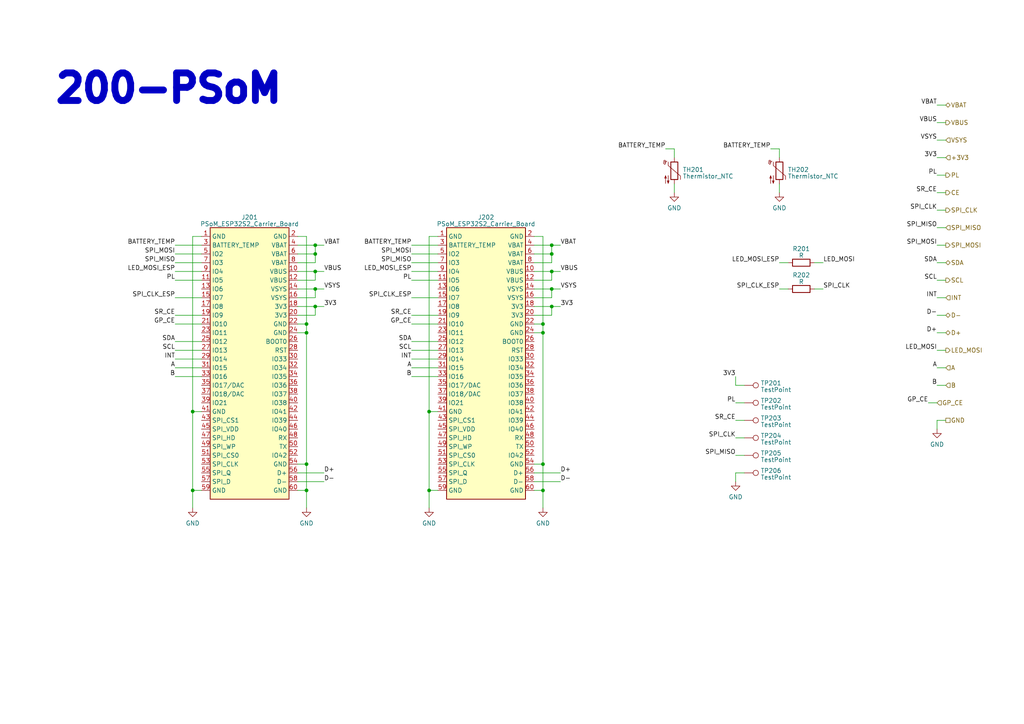
<source format=kicad_sch>
(kicad_sch (version 20230121) (generator eeschema)
  (paper "A4")
  (title_block (title "PMK_Keyboard") (date "2024-02-11") (rev "HW01") (company "PumaCorp") (comment 1 "Design by: NdG"))
  (lib_symbols
    (symbol "Component_lib:NTCS0402E3473GXT" (pin_numbers hide) (pin_names (offset 0))
      (property "Reference" "TH" (at -4.445 1.27 90))
      (property "Value" "Thermistor_NTC" (at 3.175 1.27 90))
      (symbol "NTCS0402E3473GXT_0_1"
        (arc (start -3.048 3.429) (mid -3.0505 3.5865) (end -3.175 3.683))
        (arc (start -3.048 3.429) (mid -2.9736 3.2494) (end -2.794 3.175))
        (arc (start -3.048 4.064) (mid -2.9736 3.8844) (end -2.794 3.81))
        (arc (start -2.794 3.175) (mid -2.6144 3.2494) (end -2.54 3.429))
        (arc (start -2.794 3.81) (mid -2.434 3.8308) (end -2.159 4.064))
        (arc (start -2.794 4.318) (mid -2.9736 4.2436) (end -3.048 4.064))
        (arc (start -2.54 4.064) (mid -2.6144 4.2436) (end -2.794 4.318))
        (rectangle (start -1.016 3.81) (end 1.016 -1.27) (stroke (width 0.254)))
        (polyline (pts (xy -2.54 3.429) (xy -2.54 4.064)))
        (polyline (pts (xy -1.778 3.81) (xy -1.778 2.794) (xy 1.778 -0.254) (xy 1.778 -1.27)))
        (polyline (pts (xy -2.54 -2.413) (xy -2.54 -0.127) (xy -2.794 -0.889) (xy -2.286 -0.889) (xy -2.54 -0.127) (xy -2.54 -0.381)) (fill (type outline)))
        (polyline (pts (xy -1.778 -0.127) (xy -1.778 -2.413) (xy -2.032 -1.651) (xy -1.524 -1.651) (xy -1.778 -2.413) (xy -1.778 -2.159)) (fill (type outline)))
      )
      (symbol "NTCS0402E3473GXT_1_1"
        (pin passive line (at 0 5.08 270) (length 1.27) (name "~") (number "1"))
        (pin passive line (at 0 -2.54 90) (length 1.27) (name "~") (number "2"))
      )
    )
    (symbol "Component_lib:PSoM_ESP32S2_Carrier_Board"
      (property "Reference" "J" (at 5.08 7.62 0))
      (property "Value" "PSoM_ESP32S2_Carrier_Board" (at 15.24 5.08 0))
      (symbol "PSoM_ESP32S2_Carrier_Board_1_1"
        (rectangle (start 2.54 2.54) (end 25.4 -76.2) (stroke (width 0.254)) (fill (type background)))
        (pin passive line (at 0 0 0) (length 2.54) (name "GND") (number "1"))
        (pin passive line (at 27.94 -10.16 180) (length 2.54) (name "VBUS") (number "10"))
        (pin passive line (at 0 -12.7 0) (length 2.54) (name "IO5") (number "11"))
        (pin passive line (at 27.94 -12.7 180) (length 2.54) (name "VBUS") (number "12"))
        (pin passive line (at 0 -15.24 0) (length 2.54) (name "IO6") (number "13"))
        (pin passive line (at 27.94 -15.24 180) (length 2.54) (name "VSYS") (number "14"))
        (pin passive line (at 0 -17.78 0) (length 2.54) (name "IO7") (number "15"))
        (pin passive line (at 27.94 -17.78 180) (length 2.54) (name "VSYS") (number "16"))
        (pin passive line (at 0 -20.32 0) (length 2.54) (name "IO8") (number "17"))
        (pin passive line (at 27.94 -20.32 180) (length 2.54) (name "3V3") (number "18"))
        (pin passive line (at 0 -22.86 0) (length 2.54) (name "IO9") (number "19"))
        (pin passive line (at 27.94 0 180) (length 2.54) (name "GND") (number "2"))
        (pin passive line (at 27.94 -22.86 180) (length 2.54) (name "3V3") (number "20"))
        (pin passive line (at 0 -25.4 0) (length 2.54) (name "IO10") (number "21"))
        (pin passive line (at 27.94 -25.4 180) (length 2.54) (name "GND") (number "22"))
        (pin passive line (at 0 -27.94 0) (length 2.54) (name "IO11") (number "23"))
        (pin passive line (at 27.94 -27.94 180) (length 2.54) (name "GND") (number "24"))
        (pin passive line (at 0 -30.48 0) (length 2.54) (name "IO12") (number "25"))
        (pin passive line (at 27.94 -30.48 180) (length 2.54) (name "BOOT0") (number "26"))
        (pin passive line (at 0 -33.02 0) (length 2.54) (name "IO13") (number "27"))
        (pin passive line (at 27.94 -33.02 180) (length 2.54) (name "RST") (number "28"))
        (pin passive line (at 0 -35.56 0) (length 2.54) (name "IO14") (number "29"))
        (pin passive line (at 0 -2.54 0) (length 2.54) (name "BATTERY_TEMP") (number "3"))
        (pin passive line (at 27.94 -35.56 180) (length 2.54) (name "IO33") (number "30"))
        (pin passive line (at 0 -38.1 0) (length 2.54) (name "IO15") (number "31"))
        (pin passive line (at 27.94 -38.1 180) (length 2.54) (name "IO34") (number "32"))
        (pin passive line (at 0 -40.64 0) (length 2.54) (name "IO16") (number "33"))
        (pin passive line (at 27.94 -40.64 180) (length 2.54) (name "IO35") (number "34"))
        (pin passive line (at 0 -43.18 0) (length 2.54) (name "IO17/DAC") (number "35"))
        (pin passive line (at 27.94 -43.18 180) (length 2.54) (name "IO36") (number "36"))
        (pin passive line (at 0 -45.72 0) (length 2.54) (name "IO18/DAC") (number "37"))
        (pin passive line (at 27.94 -45.72 180) (length 2.54) (name "IO37") (number "38"))
        (pin passive line (at 0 -48.26 0) (length 2.54) (name "IO21") (number "39"))
        (pin passive line (at 27.94 -2.54 180) (length 2.54) (name "VBAT") (number "4"))
        (pin passive line (at 27.94 -48.26 180) (length 2.54) (name "IO38") (number "40"))
        (pin passive line (at 0 -50.8 0) (length 2.54) (name "GND") (number "41"))
        (pin passive line (at 27.94 -50.8 180) (length 2.54) (name "IO41") (number "42"))
        (pin passive line (at 0 -53.34 0) (length 2.54) (name "SPI_CS1") (number "43"))
        (pin passive line (at 27.94 -53.34 180) (length 2.54) (name "IO39") (number "44"))
        (pin passive line (at 0 -55.88 0) (length 2.54) (name "SPI_VDD") (number "45"))
        (pin passive line (at 27.94 -55.88 180) (length 2.54) (name "IO40") (number "46"))
        (pin passive line (at 0 -58.42 0) (length 2.54) (name "SPI_HD") (number "47"))
        (pin passive line (at 27.94 -58.42 180) (length 2.54) (name "RX") (number "48"))
        (pin passive line (at 0 -60.96 0) (length 2.54) (name "SPI_WP") (number "49"))
        (pin passive line (at 0 -5.08 0) (length 2.54) (name "IO2") (number "5"))
        (pin passive line (at 27.94 -60.96 180) (length 2.54) (name "TX") (number "50"))
        (pin passive line (at 0 -63.5 0) (length 2.54) (name "SPI_CS0") (number "51"))
        (pin passive line (at 27.94 -63.5 180) (length 2.54) (name "IO42") (number "52"))
        (pin passive line (at 0 -66.04 0) (length 2.54) (name "SPI_CLK") (number "53"))
        (pin passive line (at 27.94 -66.04 180) (length 2.54) (name "GND") (number "54"))
        (pin passive line (at 0 -68.58 0) (length 2.54) (name "SPI_Q") (number "55"))
        (pin passive line (at 27.94 -68.58 180) (length 2.54) (name "D+") (number "56"))
        (pin passive line (at 0 -71.12 0) (length 2.54) (name "SPI_D") (number "57"))
        (pin passive line (at 27.94 -71.12 180) (length 2.54) (name "D-") (number "58"))
        (pin passive line (at 0 -73.66 0) (length 2.54) (name "GND") (number "59"))
        (pin passive line (at 27.94 -5.08 180) (length 2.54) (name "VBAT") (number "6"))
        (pin passive line (at 27.94 -73.66 180) (length 2.54) (name "GND") (number "60"))
        (pin passive line (at 0 -7.62 0) (length 2.54) (name "IO3") (number "7"))
        (pin passive line (at 27.94 -7.62 180) (length 2.54) (name "VBAT") (number "8"))
        (pin passive line (at 0 -10.16 0) (length 2.54) (name "IO4") (number "9"))
      )
    )
    (symbol "Component_lib:R" (pin_numbers hide) (pin_names (offset 0))
      (property "Reference" "R" (at 2.032 -3.81 90))
      (property "Value" "R" (at 0 -3.81 90))
      (symbol "R_0_1"
        (rectangle (start -1.016 -6.35) (end 1.016 -1.27) (stroke (width 0.254)))
      )
      (symbol "R_1_1"
        (pin passive line (at 0 0 270) (length 1.27) (name "~") (number "1"))
        (pin passive line (at 0 -7.62 90) (length 1.27) (name "~") (number "2"))
      )
    )
    (symbol "Connector:TestPoint" (pin_numbers hide) (pin_names (offset 0.762) hide)
      (property "Reference" "TP" (at 0 6.858 0))
      (property "Value" "TestPoint" (at 0 5.08 0))
      (symbol "TestPoint_0_1"
        (circle (center 0 3.302) (radius 0.762))
      )
      (symbol "TestPoint_1_1"
        (pin passive line (at 0 0 90) (length 2.54) (name "1") (number "1"))
      )
    )
    (symbol "power:GND" (power) (pin_names (offset 0))
      (property "Value" "GND" (at 0 -3.81 0))
      (symbol "GND_0_1"
        (polyline (pts (xy 0 0) (xy 0 -1.27) (xy 1.27 -1.27) (xy 0 -2.54) (xy -1.27 -1.27) (xy 0 -1.27)))
      )
      (symbol "GND_1_1"
        (pin power_in line (at 0 0 270) (length 0) hide (name "GND") (number "1"))
      )
    )
  )
  (junction (at 88.9 142.24))
  (junction (at 160.02 88.9))
  (junction (at 88.9 134.62))
  (junction (at 91.44 78.74))
  (junction (at 157.48 93.98))
  (junction (at 88.9 93.98))
  (junction (at 91.44 71.12))
  (junction (at 160.02 73.66))
  (junction (at 55.88 119.38))
  (junction (at 91.44 83.82))
  (junction (at 160.02 83.82))
  (junction (at 88.9 96.52))
  (junction (at 157.48 134.62))
  (junction (at 160.02 71.12))
  (junction (at 160.02 78.74))
  (junction (at 91.44 88.9))
  (junction (at 157.48 96.52))
  (junction (at 157.48 142.24))
  (junction (at 124.46 142.24))
  (junction (at 55.88 142.24))
  (junction (at 91.44 73.66))
  (junction (at 124.46 119.38))
  (wire (pts (xy 119.38 109.22) (xy 127 109.22)))
  (wire (pts (xy 226.06 76.2) (xy 228.6 76.2)))
  (wire (pts (xy 91.44 71.12) (xy 93.98 71.12)))
  (wire (pts (xy 271.78 45.72) (xy 274.32 45.72)))
  (wire (pts (xy 55.88 68.58) (xy 55.88 119.38)))
  (wire (pts (xy 157.48 68.58) (xy 157.48 93.98)))
  (wire (pts (xy 50.8 99.06) (xy 58.42 99.06)))
  (wire (pts (xy 154.94 71.12) (xy 160.02 71.12)))
  (wire (pts (xy 86.36 134.62) (xy 88.9 134.62)))
  (wire (pts (xy 50.8 71.12) (xy 58.42 71.12)))
  (wire (pts (xy 86.36 91.44) (xy 91.44 91.44)))
  (wire (pts (xy 160.02 88.9) (xy 162.56 88.9)))
  (wire (pts (xy 193.04 43.18) (xy 195.58 43.18)))
  (wire (pts (xy 86.36 83.82) (xy 91.44 83.82)))
  (wire (pts (xy 271.78 66.04) (xy 274.32 66.04)))
  (wire (pts (xy 124.46 147.32) (xy 124.46 142.24)))
  (wire (pts (xy 91.44 73.66) (xy 91.44 71.12)))
  (wire (pts (xy 50.8 104.14) (xy 58.42 104.14)))
  (wire (pts (xy 91.44 78.74) (xy 93.98 78.74)))
  (wire (pts (xy 213.36 139.7) (xy 213.36 137.16)))
  (wire (pts (xy 119.38 71.12) (xy 127 71.12)))
  (wire (pts (xy 119.38 76.2) (xy 127 76.2)))
  (wire (pts (xy 91.44 83.82) (xy 93.98 83.82)))
  (wire (pts (xy 271.78 106.68) (xy 274.32 106.68)))
  (wire (pts (xy 157.48 134.62) (xy 157.48 142.24)))
  (wire (pts (xy 223.52 43.18) (xy 226.06 43.18)))
  (wire (pts (xy 226.06 83.82) (xy 228.6 83.82)))
  (wire (pts (xy 213.36 127) (xy 215.9 127)))
  (wire (pts (xy 157.48 147.32) (xy 157.48 142.24)))
  (wire (pts (xy 213.36 121.92) (xy 215.9 121.92)))
  (wire (pts (xy 88.9 147.32) (xy 88.9 142.24)))
  (wire (pts (xy 127 68.58) (xy 124.46 68.58)))
  (wire (pts (xy 154.94 139.7) (xy 162.56 139.7)))
  (wire (pts (xy 154.94 81.28) (xy 160.02 81.28)))
  (wire (pts (xy 91.44 91.44) (xy 91.44 88.9)))
  (wire (pts (xy 86.36 139.7) (xy 93.98 139.7)))
  (wire (pts (xy 213.36 137.16) (xy 215.9 137.16)))
  (wire (pts (xy 157.48 142.24) (xy 154.94 142.24)))
  (wire (pts (xy 271.78 111.76) (xy 274.32 111.76)))
  (wire (pts (xy 271.78 35.56) (xy 274.32 35.56)))
  (wire (pts (xy 127 119.38) (xy 124.46 119.38)))
  (wire (pts (xy 88.9 142.24) (xy 86.36 142.24)))
  (wire (pts (xy 271.78 81.28) (xy 274.32 81.28)))
  (wire (pts (xy 195.58 43.18) (xy 195.58 45.72)))
  (wire (pts (xy 55.88 119.38) (xy 55.88 142.24)))
  (wire (pts (xy 271.78 124.46) (xy 271.78 121.92)))
  (wire (pts (xy 160.02 73.66) (xy 160.02 71.12)))
  (wire (pts (xy 271.78 50.8) (xy 274.32 50.8)))
  (wire (pts (xy 271.78 96.52) (xy 274.32 96.52)))
  (wire (pts (xy 157.48 93.98) (xy 157.48 96.52)))
  (wire (pts (xy 236.22 83.82) (xy 238.76 83.82)))
  (wire (pts (xy 119.38 78.74) (xy 127 78.74)))
  (wire (pts (xy 55.88 147.32) (xy 55.88 142.24)))
  (wire (pts (xy 271.78 30.48) (xy 274.32 30.48)))
  (wire (pts (xy 86.36 78.74) (xy 91.44 78.74)))
  (wire (pts (xy 226.06 43.18) (xy 226.06 45.72)))
  (wire (pts (xy 50.8 73.66) (xy 58.42 73.66)))
  (wire (pts (xy 213.36 132.08) (xy 215.9 132.08)))
  (wire (pts (xy 119.38 106.68) (xy 127 106.68)))
  (wire (pts (xy 119.38 93.98) (xy 127 93.98)))
  (wire (pts (xy 50.8 81.28) (xy 58.42 81.28)))
  (wire (pts (xy 157.48 134.62) (xy 157.48 96.52)))
  (wire (pts (xy 154.94 86.36) (xy 160.02 86.36)))
  (wire (pts (xy 160.02 78.74) (xy 162.56 78.74)))
  (wire (pts (xy 271.78 76.2) (xy 274.32 76.2)))
  (wire (pts (xy 50.8 78.74) (xy 58.42 78.74)))
  (wire (pts (xy 88.9 93.98) (xy 88.9 96.52)))
  (wire (pts (xy 154.94 88.9) (xy 160.02 88.9)))
  (wire (pts (xy 271.78 60.96) (xy 274.32 60.96)))
  (wire (pts (xy 119.38 101.6) (xy 127 101.6)))
  (wire (pts (xy 88.9 134.62) (xy 88.9 96.52)))
  (wire (pts (xy 88.9 68.58) (xy 88.9 93.98)))
  (wire (pts (xy 160.02 76.2) (xy 154.94 76.2)))
  (wire (pts (xy 91.44 86.36) (xy 91.44 83.82)))
  (wire (pts (xy 271.78 86.36) (xy 274.32 86.36)))
  (wire (pts (xy 160.02 73.66) (xy 160.02 76.2)))
  (wire (pts (xy 119.38 81.28) (xy 127 81.28)))
  (wire (pts (xy 213.36 111.76) (xy 215.9 111.76)))
  (wire (pts (xy 269.24 116.84) (xy 271.78 116.84)))
  (wire (pts (xy 88.9 96.52) (xy 86.36 96.52)))
  (wire (pts (xy 160.02 81.28) (xy 160.02 78.74)))
  (wire (pts (xy 50.8 101.6) (xy 58.42 101.6)))
  (wire (pts (xy 154.94 93.98) (xy 157.48 93.98)))
  (wire (pts (xy 119.38 104.14) (xy 127 104.14)))
  (wire (pts (xy 154.94 134.62) (xy 157.48 134.62)))
  (wire (pts (xy 50.8 76.2) (xy 58.42 76.2)))
  (wire (pts (xy 157.48 96.52) (xy 154.94 96.52)))
  (wire (pts (xy 86.36 68.58) (xy 88.9 68.58)))
  (wire (pts (xy 58.42 68.58) (xy 55.88 68.58)))
  (wire (pts (xy 124.46 68.58) (xy 124.46 119.38)))
  (wire (pts (xy 86.36 73.66) (xy 91.44 73.66)))
  (wire (pts (xy 86.36 93.98) (xy 88.9 93.98)))
  (wire (pts (xy 160.02 71.12) (xy 162.56 71.12)))
  (wire (pts (xy 271.78 121.92) (xy 274.32 121.92)))
  (wire (pts (xy 88.9 134.62) (xy 88.9 142.24)))
  (wire (pts (xy 271.78 101.6) (xy 274.32 101.6)))
  (wire (pts (xy 86.36 88.9) (xy 91.44 88.9)))
  (wire (pts (xy 160.02 86.36) (xy 160.02 83.82)))
  (wire (pts (xy 50.8 91.44) (xy 58.42 91.44)))
  (wire (pts (xy 271.78 40.64) (xy 274.32 40.64)))
  (wire (pts (xy 86.36 137.16) (xy 93.98 137.16)))
  (wire (pts (xy 154.94 68.58) (xy 157.48 68.58)))
  (wire (pts (xy 55.88 142.24) (xy 58.42 142.24)))
  (wire (pts (xy 91.44 81.28) (xy 91.44 78.74)))
  (wire (pts (xy 86.36 81.28) (xy 91.44 81.28)))
  (wire (pts (xy 119.38 91.44) (xy 127 91.44)))
  (wire (pts (xy 50.8 106.68) (xy 58.42 106.68)))
  (wire (pts (xy 236.22 76.2) (xy 238.76 76.2)))
  (wire (pts (xy 271.78 71.12) (xy 274.32 71.12)))
  (wire (pts (xy 154.94 83.82) (xy 160.02 83.82)))
  (wire (pts (xy 160.02 91.44) (xy 160.02 88.9)))
  (wire (pts (xy 154.94 73.66) (xy 160.02 73.66)))
  (wire (pts (xy 86.36 86.36) (xy 91.44 86.36)))
  (wire (pts (xy 50.8 86.36) (xy 58.42 86.36)))
  (wire (pts (xy 124.46 142.24) (xy 127 142.24)))
  (wire (pts (xy 50.8 109.22) (xy 58.42 109.22)))
  (wire (pts (xy 86.36 71.12) (xy 91.44 71.12)))
  (wire (pts (xy 50.8 93.98) (xy 58.42 93.98)))
  (wire (pts (xy 160.02 83.82) (xy 162.56 83.82)))
  (wire (pts (xy 91.44 76.2) (xy 86.36 76.2)))
  (wire (pts (xy 119.38 99.06) (xy 127 99.06)))
  (wire (pts (xy 226.06 53.34) (xy 226.06 55.88)))
  (wire (pts (xy 195.58 53.34) (xy 195.58 55.88)))
  (wire (pts (xy 154.94 91.44) (xy 160.02 91.44)))
  (wire (pts (xy 124.46 119.38) (xy 124.46 142.24)))
  (wire (pts (xy 119.38 73.66) (xy 127 73.66)))
  (wire (pts (xy 119.38 86.36) (xy 127 86.36)))
  (wire (pts (xy 154.94 78.74) (xy 160.02 78.74)))
  (wire (pts (xy 213.36 109.22) (xy 213.36 111.76)))
  (wire (pts (xy 271.78 91.44) (xy 274.32 91.44)))
  (wire (pts (xy 213.36 116.84) (xy 215.9 116.84)))
  (wire (pts (xy 91.44 88.9) (xy 93.98 88.9)))
  (wire (pts (xy 91.44 73.66) (xy 91.44 76.2)))
  (wire (pts (xy 271.78 55.88) (xy 274.32 55.88)))
  (wire (pts (xy 58.42 119.38) (xy 55.88 119.38)))
  (wire (pts (xy 154.94 137.16) (xy 162.56 137.16)))
  (text "200-PSoM\n" (at 15.24 30.48 0) (effects (font (size 8 8) (thickness 3) bold) (justify left bottom)))
  (label "SR_CE" (at 119.38 91.44 180))
  (label "SCL" (at 50.8 101.6 180))
  (label "VBUS" (at 271.78 35.56 180))
  (label "PL" (at 271.78 50.8 180))
  (label "BATTERY_TEMP" (at 193.04 43.18 180))
  (label "A" (at 119.38 106.68 180))
  (label "B" (at 119.38 109.22 180))
  (label "BATTERY_TEMP" (at 50.8 71.12 180))
  (label "3V3" (at 93.98 88.9 0))
  (label "SPI_CLK" (at 213.36 127 180))
  (label "GP_CE" (at 50.8 93.98 180))
  (label "GP_CE" (at 119.38 93.98 180))
  (label "3V3" (at 162.56 88.9 0))
  (label "VSYS" (at 93.98 83.82 0))
  (label "A" (at 271.78 106.68 180))
  (label "SDA" (at 271.78 76.2 180))
  (label "SPI_MOSI" (at 119.38 73.66 180))
  (label "SPI_CLK_ESP" (at 226.06 83.82 180))
  (label "SDA" (at 50.8 99.06 180))
  (label "3V3" (at 213.36 109.22 180))
  (label "D-" (at 162.56 139.7 0))
  (label "D+" (at 271.78 96.52 180))
  (label "VBAT" (at 271.78 30.48 180))
  (label "SCL" (at 271.78 81.28 180))
  (label "SPI_MISO" (at 119.38 76.2 180))
  (label "BATTERY_TEMP" (at 119.38 71.12 180))
  (label "SPI_MISO" (at 213.36 132.08 180))
  (label "SPI_CLK" (at 238.76 83.82 0))
  (label "INT" (at 50.8 104.14 180))
  (label "B" (at 271.78 111.76 180))
  (label "VBAT" (at 93.98 71.12 0))
  (label "VBUS" (at 93.98 78.74 0))
  (label "SPI_CLK_ESP" (at 119.38 86.36 180))
  (label "PL" (at 213.36 116.84 180))
  (label "SPI_MISO" (at 50.8 76.2 180))
  (label "INT" (at 119.38 104.14 180))
  (label "3V3" (at 271.78 45.72 180))
  (label "VSYS" (at 271.78 40.64 180))
  (label "INT" (at 271.78 86.36 180))
  (label "B" (at 50.8 109.22 180))
  (label "PL" (at 119.38 81.28 180))
  (label "SPI_MOSI" (at 271.78 71.12 180))
  (label "D-" (at 271.78 91.44 180))
  (label "LED_MOSI" (at 271.78 101.6 180))
  (label "D+" (at 93.98 137.16 0))
  (label "SR_CE" (at 213.36 121.92 180))
  (label "A" (at 50.8 106.68 180))
  (label "LED_MOSI_ESP" (at 119.38 78.74 180))
  (label "D-" (at 93.98 139.7 0))
  (label "GP_CE" (at 269.24 116.84 180))
  (label "SCL" (at 119.38 101.6 180))
  (label "SPI_MISO" (at 271.78 66.04 180))
  (label "SR_CE" (at 271.78 55.88 180))
  (label "PL" (at 50.8 81.28 180))
  (label "D+" (at 162.56 137.16 0))
  (label "BATTERY_TEMP" (at 223.52 43.18 180))
  (label "VBAT" (at 162.56 71.12 0))
  (label "VBUS" (at 162.56 78.74 0))
  (label "LED_MOSI_ESP" (at 50.8 78.74 180))
  (label "VSYS" (at 162.56 83.82 0))
  (label "LED_MOSI" (at 238.76 76.2 0))
  (label "LED_MOSI_ESP" (at 226.06 76.2 180))
  (label "SPI_MOSI" (at 50.8 73.66 180))
  (label "SR_CE" (at 50.8 91.44 180))
  (label "SDA" (at 119.38 99.06 180))
  (label "SPI_CLK" (at 271.78 60.96 180))
  (label "SPI_CLK_ESP" (at 50.8 86.36 180))
  (hierarchical_label "VBAT" (shape bidirectional) (at 274.32 30.48 0))
  (hierarchical_label "B" (shape input) (at 274.32 111.76 0))
  (hierarchical_label "INT" (shape input) (at 274.32 86.36 0))
  (hierarchical_label "LED_MOSI" (shape output) (at 274.32 101.6 0))
  (hierarchical_label "D+" (shape bidirectional) (at 274.32 96.52 0))
  (hierarchical_label "PL" (shape output) (at 274.32 50.8 0))
  (hierarchical_label "CE" (shape output) (at 274.32 55.88 0))
  (hierarchical_label "GND" (shape passive) (at 274.32 121.92 0))
  (hierarchical_label "SPI_CLK" (shape output) (at 274.32 60.96 0))
  (hierarchical_label "SPI_MISO" (shape input) (at 274.32 66.04 0))
  (hierarchical_label "SDA" (shape bidirectional) (at 274.32 76.2 0))
  (hierarchical_label "A" (shape input) (at 274.32 106.68 0))
  (hierarchical_label "+3V3" (shape input) (at 274.32 45.72 0))
  (hierarchical_label "GP_CE" (shape input) (at 271.78 116.84 0))
  (hierarchical_label "VBUS" (shape output) (at 274.32 35.56 0))
  (hierarchical_label "SPI_MOSI" (shape output) (at 274.32 71.12 0))
  (hierarchical_label "D-" (shape bidirectional) (at 274.32 91.44 0))
  (hierarchical_label "VSYS" (shape input) (at 274.32 40.64 0))
  (hierarchical_label "SCL" (shape output) (at 274.32 81.28 0))
  (symbol (lib_id "Connector:TestPoint") (at 215.9 116.84 270) (unit 1)
    (property "Reference" "TP202" (at 220.599 116.1963 90) (effects (justify left)))
    (property "Value" "TestPoint" (at 220.599 118.1173 90) (effects (justify left)))
    (property "Footprint" "TestPoint:TestPoint_Pad_D1.5mm" (effects hide))
  )
  (symbol (lib_id "Connector:TestPoint") (at 215.9 137.16 270) (unit 1)
    (property "Reference" "TP206" (at 220.599 136.5163 90) (effects (justify left)))
    (property "Value" "TestPoint" (at 220.599 138.4373 90) (effects (justify left)))
    (property "Footprint" "TestPoint:TestPoint_Pad_D1.5mm" (effects hide))
  )
  (symbol (lib_id "Component_lib:PSoM_ESP32S2_Carrier_Board") (at 127 68.58 0) (unit 1)
    (property "Reference" "J202" (at 140.97 63.0301 0))
    (property "Value" "PSoM_ESP32S2_Carrier_Board" (at 140.97 64.9511 0))
    (property "Footprint" "Component_lib:PSoM_ESP32S2_00" (effects hide))
    (property "Datasheet" "https://www.mouser.ch/ProductDetail/Hirose-Connector/DF40C-60DS-04V51?qs=eDUdFcBPps0%252B%252BrqDQtiLyw%3D%3D" (effects hide))
  )
  (symbol (lib_id "power:GND") (at 213.36 139.7 0) (unit 1)
    (property "Reference" "#PWR0118" (effects hide))
    (property "Value" "GND" (at 213.36 144.1434 0))
    (instances (project "PMK_Keyboard_HW01" (path "" (reference "#PWR0118") (unit 1)) (path "" (reference "#PWR0204") (unit 1))))
  )
  (symbol (lib_id "power:GND") (at 55.88 147.32 0) (unit 1)
    (property "Reference" "#PWR0118" (effects hide))
    (property "Value" "GND" (at 55.88 151.7634 0))
    (instances (project "PMK_Keyboard_HW01" (path "" (reference "#PWR0118") (unit 1)) (path "" (reference "#PWR0205") (unit 1))))
  )
  (symbol (lib_id "Connector:TestPoint") (at 215.9 111.76 270) (unit 1)
    (property "Reference" "TP201" (at 220.599 111.1163 90) (effects (justify left)))
    (property "Value" "TestPoint" (at 220.599 113.0373 90) (effects (justify left)))
    (property "Footprint" "TestPoint:TestPoint_Pad_D1.5mm" (effects hide))
  )
  (symbol (lib_id "Component_lib:R") (at 228.6 83.82 90) (unit 1)
    (property "Reference" "R202" (at 232.41 79.7941 90))
    (property "Value" "R" (at 232.41 81.7151 90))
    (property "Footprint" "Resistor_SMD:R_0402_1005Metric" (effects hide))
  )
  (symbol (lib_id "Connector:TestPoint") (at 215.9 132.08 270) (unit 1)
    (property "Reference" "TP205" (at 220.599 131.4363 90) (effects (justify left)))
    (property "Value" "TestPoint" (at 220.599 133.3573 90) (effects (justify left)))
    (property "Footprint" "TestPoint:TestPoint_Pad_D1.5mm" (effects hide))
  )
  (symbol (lib_id "Component_lib:PSoM_ESP32S2_Carrier_Board") (at 58.42 68.58 0) (unit 1)
    (property "Reference" "J201" (at 72.39 63.0301 0))
    (property "Value" "PSoM_ESP32S2_Carrier_Board" (at 72.39 64.9511 0))
    (property "Footprint" "Component_lib:PSoM_ESP32S2_00" (effects hide))
    (property "Datasheet" "https://www.mouser.ch/ProductDetail/Hirose-Connector/DF40C-60DS-04V51?qs=eDUdFcBPps0%252B%252BrqDQtiLyw%3D%3D" (effects hide))
  )
  (symbol (lib_id "power:GND") (at 226.06 55.88 0) (unit 1)
    (property "Reference" "#PWR0118" (effects hide))
    (property "Value" "GND" (at 226.06 60.3234 0))
    (instances (project "PMK_Keyboard_HW01" (path "" (reference "#PWR0118") (unit 1)) (path "" (reference "#PWR0202") (unit 1))))
  )
  (symbol (lib_id "Connector:TestPoint") (at 215.9 127 270) (unit 1)
    (property "Reference" "TP204" (at 220.599 126.3563 90) (effects (justify left)))
    (property "Value" "TestPoint" (at 220.599 128.2773 90) (effects (justify left)))
    (property "Footprint" "TestPoint:TestPoint_Pad_D1.5mm" (effects hide))
  )
  (symbol (lib_id "power:GND") (at 124.46 147.32 0) (unit 1)
    (property "Reference" "#PWR0118" (effects hide))
    (property "Value" "GND" (at 124.46 151.7634 0))
    (instances (project "PMK_Keyboard_HW01" (path "" (reference "#PWR0118") (unit 1)) (path "" (reference "#PWR0207") (unit 1))))
  )
  (symbol (lib_id "power:GND") (at 88.9 147.32 0) (unit 1)
    (property "Reference" "#PWR0118" (effects hide))
    (property "Value" "GND" (at 88.9 151.7634 0))
    (instances (project "PMK_Keyboard_HW01" (path "" (reference "#PWR0118") (unit 1)) (path "" (reference "#PWR0206") (unit 1))))
  )
  (symbol (lib_id "power:GND") (at 271.78 124.46 0) (unit 1)
    (property "Reference" "#PWR0118" (effects hide))
    (property "Value" "GND" (at 271.78 128.9034 0))
    (instances (project "PMK_Keyboard_HW01" (path "" (reference "#PWR0118") (unit 1)) (path "" (reference "#PWR0203") (unit 1))))
  )
  (symbol (lib_id "Connector:TestPoint") (at 215.9 121.92 270) (unit 1)
    (property "Reference" "TP203" (at 220.599 121.2763 90) (effects (justify left)))
    (property "Value" "TestPoint" (at 220.599 123.1973 90) (effects (justify left)))
    (property "Footprint" "TestPoint:TestPoint_Pad_D1.5mm" (effects hide))
  )
  (symbol (lib_id "power:GND") (at 157.48 147.32 0) (unit 1)
    (property "Reference" "#PWR0118" (effects hide))
    (property "Value" "GND" (at 157.48 151.7634 0))
    (instances (project "PMK_Keyboard_HW01" (path "" (reference "#PWR0118") (unit 1)) (path "" (reference "#PWR0208") (unit 1))))
  )
  (symbol (lib_id "Component_lib:NTCS0402E3473GXT") (at 195.58 50.8 0) (unit 1)
    (property "Reference" "TH201" (at 197.993 49.2038 0) (effects (justify left)))
    (property "Value" "Thermistor_NTC" (at 197.993 51.1248 0) (effects (justify left)))
    (property "Footprint" "Resistor_SMD:R_0402_1005Metric" (effects hide))
    (property "Datasheet" "https://www.mouser.ch/ProductDetail/Vishay-BC-Components/NTCS0402E3473GXT?qs=8wHch9UpSva8flR6dht9RA%3D%3D" (effects hide))
  )
  (symbol (lib_id "Component_lib:NTCS0402E3473GXT") (at 226.06 50.8 0) (unit 1)
    (property "Reference" "TH202" (at 228.473 49.2038 0) (effects (justify left)))
    (property "Value" "Thermistor_NTC" (at 228.473 51.1248 0) (effects (justify left)))
    (property "Footprint" "Resistor_SMD:R_0402_1005Metric" (effects hide))
    (property "Datasheet" "https://www.mouser.ch/ProductDetail/Vishay-BC-Components/NTCS0402E3473GXT?qs=8wHch9UpSva8flR6dht9RA%3D%3D" (effects hide))
  )
  (symbol (lib_id "power:GND") (at 195.58 55.88 0) (unit 1)
    (property "Reference" "#PWR0118" (effects hide))
    (property "Value" "GND" (at 195.58 60.3234 0))
    (instances (project "PMK_Keyboard_HW01" (path "" (reference "#PWR0118") (unit 1)) (path "" (reference "#PWR0201") (unit 1))))
  )
  (symbol (lib_id "Component_lib:R") (at 228.6 76.2 90) (unit 1)
    (property "Reference" "R201" (at 232.41 72.1741 90))
    (property "Value" "R" (at 232.41 74.0951 90))
    (property "Footprint" "Resistor_SMD:R_0402_1005Metric" (effects hide))
  )
)
</source>
